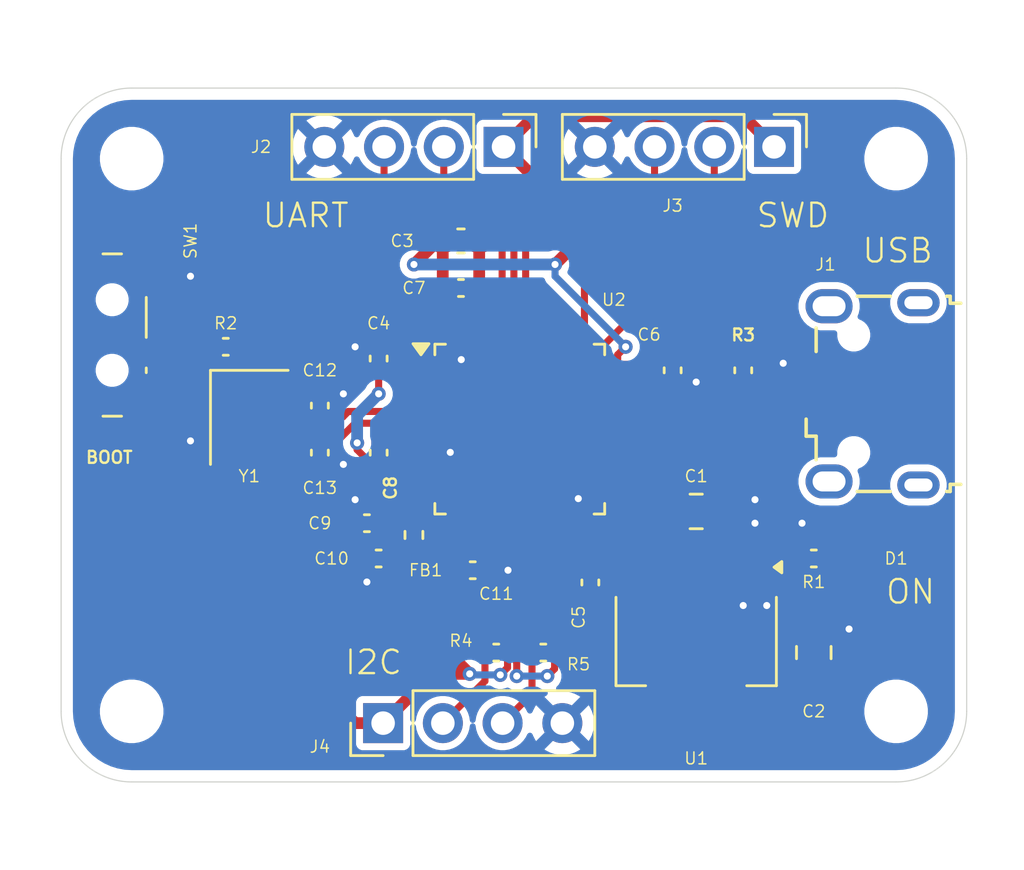
<source format=kicad_pcb>
(kicad_pcb (version 20241229) (generator "pcbnew") (generator_version "9.0")
  (layers (0 "F.Cu" signal) (2 "B.Cu" power) (13 "F.Paste" user) (15 "B.Paste" user) (5 "F.SilkS" user "F.Silkscreen") (7 "B.SilkS" user "B.Silkscreen") (1 "F.Mask" user) (3 "B.Mask" user) (25 "Edge.Cuts" user))
  (net 0 "")
  (net 1 "+3.3V")
  (net 2 "GND")
  (net 3 "/NRST")
  (net 4 "/HSE_OUT")
  (net 5 "/HSE_IN")
  (net 6 "VBUS")
  (net 7 "/PWR_LED_K")
  (net 8 "/USB_D+")
  (net 10 "/USB_D-")
  (net 11 "/SWCLK")
  (net 12 "/SWDIO")
  (net 13 "/USART1_RX")
  (net 14 "/USART1_TX")
  (net 15 "/I2C2_SCL")
  (net 16 "/I2C2_SDA")
  (net 17 "/BOOT0")
  (net 18 "/SW_BOOT0")
  (footprint "Capacitor_SMD:C_0402_1005Metric" (layer "F.Cu") (at 113 93 90)
    (property "Reference" "C8" (at -1.5 0.5 270) (layer "F.SilkS") (effects (font (size 0.508 0.508) (thickness 0.1016) (bold yes))))
    (property "Value" "10nF")
    (fp_line (start -0.107836 -0.36) (end 0.107836 -0.36) (stroke (width 0.12)) (layer "F.SilkS"))
    (fp_line (start -0.107836 0.36) (end 0.107836 0.36) (stroke (width 0.12)) (layer "F.SilkS"))
    (pad "1" smd roundrect (at -0.48 0 90) (size 0.56 0.62) (layers "F.Cu" "F.Mask" "F.Paste") (net 1 "+3.3V"))
    (pad "2" smd roundrect (at 0.48 0 90) (size 0.56 0.62) (layers "F.Cu" "F.Mask" "F.Paste") (net 2 "GND"))
  )
  (footprint "MountingHole:MountingHole_2.2mm_M2" (layer "F.Cu") (at 135 80.5)
    (property "Reference" "H2" (hide yes))
    (property "Value" "MountingHole")
    (pad "" np_thru_hole circle (at 0 0) (size 2.2 2.2) (drill 2.2) (layers "*.Cu" "*.Mask"))
  )
  (footprint "Capacitor_SMD:C_0402_1005Metric" (layer "F.Cu") (at 113 97.5 180)
    (property "Reference" "C10" (at 2 0 0) (layer "F.SilkS") (effects (font (size 0.508 0.508) (thickness 0.0635))))
    (property "Value" "1uF")
    (fp_line (start -0.107836 0.36) (end 0.107836 0.36) (stroke (width 0.12)) (layer "F.SilkS"))
    (fp_line (start -0.107836 -0.36) (end 0.107836 -0.36) (stroke (width 0.12)) (layer "F.SilkS"))
    (pad "1" smd roundrect (at -0.48 0 180) (size 0.56 0.62) (layers "F.Cu" "F.Mask" "F.Paste") (net 1 "+3.3V"))
    (pad "2" smd roundrect (at 0.48 0 180) (size 0.56 0.62) (layers "F.Cu" "F.Mask" "F.Paste") (net 2 "GND"))
  )
  (footprint "Capacitor_SMD:C_0402_1005Metric" (layer "F.Cu") (at 122 98.52 -90)
    (property "Reference" "C5" (at 1.48 0.5 90) (layer "F.SilkS") (effects (font (size 0.508 0.508) (thickness 0.0635))))
    (property "Value" "100nF")
    (fp_line (start -0.107836 0.36) (end 0.107836 0.36) (stroke (width 0.12)) (layer "F.SilkS"))
    (fp_line (start -0.107836 -0.36) (end 0.107836 -0.36) (stroke (width 0.12)) (layer "F.SilkS"))
    (pad "1" smd roundrect (at -0.48 0 270) (size 0.56 0.62) (layers "F.Cu" "F.Mask" "F.Paste") (net 1 "+3.3V"))
    (pad "2" smd roundrect (at 0.48 0 270) (size 0.56 0.62) (layers "F.Cu" "F.Mask" "F.Paste") (net 2 "GND"))
  )
  (footprint "Connector_PinHeader_2.54mm:PinHeader_1x04_P2.54mm_Vertical" (layer "F.Cu") (at 113.19 104.5 90)
    (property "Reference" "J4" (at -1 -2.69 180) (layer "F.SilkS") (effects (font (size 0.508 0.508) (thickness 0.0635))))
    (property "Value" "Conn_01x04_Pin")
    (fp_line (start -1.38 -1.38) (end 0 -1.38) (stroke (width 0.12)) (layer "F.SilkS"))
    (fp_line (start -1.38 0) (end -1.38 -1.38) (stroke (width 0.12)) (layer "F.SilkS"))
    (fp_line (start 1.38 1.27) (end 1.38 9) (stroke (width 0.12)) (layer "F.SilkS"))
    (fp_line (start -1.38 1.27) (end 1.38 1.27) (stroke (width 0.12)) (layer "F.SilkS"))
    (fp_line (start -1.38 1.27) (end -1.38 9) (stroke (width 0.12)) (layer "F.SilkS"))
    (fp_line (start -1.38 9) (end 1.38 9) (stroke (width 0.12)) (layer "F.SilkS"))
    (pad "1" thru_hole rect (at 0 0 90) (size 1.7 1.7) (drill 1) (layers "*.Cu" "*.Mask") (net 1 "+3.3V"))
    (pad "2" thru_hole circle (at 0 2.54 90) (size 1.7 1.7) (drill 1) (layers "*.Cu" "*.Mask") (net 15 "/I2C2_SCL"))
    (pad "3" thru_hole circle (at 0 5.08 90) (size 1.7 1.7) (drill 1) (layers "*.Cu" "*.Mask") (net 16 "/I2C2_SDA"))
    (pad "4" thru_hole circle (at 0 7.62 90) (size 1.7 1.7) (drill 1) (layers "*.Cu" "*.Mask") (net 2 "GND"))
  )
  (footprint "Capacitor_SMD:C_0402_1005Metric" (layer "F.Cu") (at 120 101.5 180)
    (property "Reference" "R5" (at -1.5 -0.5 0) (layer "F.SilkS") (effects (font (size 0.508 0.508) (thickness 0.0635))))
    (property "Value" "1k5")
    (fp_line (start -0.107836 0.36) (end 0.107836 0.36) (stroke (width 0.12)) (layer "F.SilkS"))
    (fp_line (start -0.107836 -0.36) (end 0.107836 -0.36) (stroke (width 0.12)) (layer "F.SilkS"))
    (pad "1" smd roundrect (at -0.48 0 180) (size 0.56 0.62) (layers "F.Cu" "F.Mask" "F.Paste") (net 1 "+3.3V"))
    (pad "2" smd roundrect (at 0.48 0 180) (size 0.56 0.62) (layers "F.Cu" "F.Mask" "F.Paste") (net 16 "/I2C2_SDA"))
  )
  (footprint "Connector_PinHeader_2.54mm:PinHeader_1x04_P2.54mm_Vertical" (layer "F.Cu") (at 118.31 80 -90)
    (property "Reference" "J2" (at 0 10.31 0) (layer "F.SilkS") (effects (font (size 0.508 0.508) (thickness 0.0635))))
    (property "Value" "Conn_01x04_Pin")
    (fp_line (start -1.38 9) (end 1.38 9) (stroke (width 0.12)) (layer "F.SilkS"))
    (fp_line (start -1.38 1.27) (end -1.38 9) (stroke (width 0.12)) (layer "F.SilkS"))
    (fp_line (start -1.38 1.27) (end 1.38 1.27) (stroke (width 0.12)) (layer "F.SilkS"))
    (fp_line (start 1.38 1.27) (end 1.38 9) (stroke (width 0.12)) (layer "F.SilkS"))
    (fp_line (start -1.38 0) (end -1.38 -1.38) (stroke (width 0.12)) (layer "F.SilkS"))
    (fp_line (start -1.38 -1.38) (end 0 -1.38) (stroke (width 0.12)) (layer "F.SilkS"))
    (pad "1" thru_hole rect (at 0 0 270) (size 1.7 1.7) (drill 1) (layers "*.Cu" "*.Mask") (net 1 "+3.3V"))
    (pad "2" thru_hole circle (at 0 2.54 270) (size 1.7 1.7) (drill 1) (layers "*.Cu" "*.Mask") (net 14 "/USART1_TX"))
    (pad "3" thru_hole circle (at 0 5.08 270) (size 1.7 1.7) (drill 1) (layers "*.Cu" "*.Mask") (net 13 "/USART1_RX"))
    (pad "4" thru_hole circle (at 0 7.62 270) (size 1.7 1.7) (drill 1) (layers "*.Cu" "*.Mask") (net 2 "GND"))
  )
  (footprint "MountingHole:MountingHole_2.2mm_M2" (layer "F.Cu") (at 102.5 104)
    (property "Reference" "H3" (hide yes))
    (property "Value" "MountingHole")
    (pad "" np_thru_hole circle (at 0 0) (size 2.2 2.2) (drill 2.2) (layers "*.Cu" "*.Mask"))
  )
  (footprint "Capacitor_SMD:C_0805_2012Metric" (layer "F.Cu") (at 131.5 101.5 90)
    (property "Reference" "C2" (at -2.5 0 180) (layer "F.SilkS") (effects (font (size 0.508 0.508) (thickness 0.0635))))
    (property "Value" "22u")
    (fp_line (start -0.261252 -0.735) (end 0.261252 -0.735) (stroke (width 0.12)) (layer "F.SilkS"))
    (fp_line (start -0.261252 0.735) (end 0.261252 0.735) (stroke (width 0.12)) (layer "F.SilkS"))
    (pad "1" smd roundrect (at -0.95 0 90) (size 1 1.45) (layers "F.Cu" "F.Mask" "F.Paste") (net 1 "+3.3V"))
    (pad "2" smd roundrect (at 0.95 0 90) (size 1 1.45) (layers "F.Cu" "F.Mask" "F.Paste") (net 2 "GND"))
  )
  (footprint "MountingHole:MountingHole_2.2mm_M2" (layer "F.Cu") (at 102.5 80.5)
    (property "Reference" "H1" (hide yes))
    (property "Value" "MountingHole")
    (pad "" np_thru_hole circle (at 0 0) (size 2.2 2.2) (drill 2.2) (layers "*.Cu" "*.Mask"))
  )
  (footprint "Capacitor_SMD:C_0402_1005Metric" (layer "F.Cu") (at 116.5 86)
    (property "Reference" "C7" (at -2 0 0) (layer "F.SilkS") (effects (font (size 0.508 0.508) (thickness 0.0635))))
    (property "Value" "100nF")
    (fp_line (start -0.107836 -0.36) (end 0.107836 -0.36) (stroke (width 0.12)) (layer "F.SilkS"))
    (fp_line (start -0.107836 0.36) (end 0.107836 0.36) (stroke (width 0.12)) (layer "F.SilkS"))
    (pad "1" smd roundrect (at -0.48 0) (size 0.56 0.62) (layers "F.Cu" "F.Mask" "F.Paste") (net 1 "+3.3V"))
    (pad "2" smd roundrect (at 0.48 0) (size 0.56 0.62) (layers "F.Cu" "F.Mask" "F.Paste") (net 2 "GND"))
  )
  (footprint "Resistor_SMD:R_0402_1005Metric" (layer "F.Cu") (at 114.5 96.5 -90)
    (property "Reference" "FB1" (at 1.5 -0.5 180) (layer "F.SilkS") (effects (font (size 0.508 0.508) (thickness 0.0635))))
    (property "Value" "120R")
    (fp_line (start -0.153641 0.38) (end 0.153641 0.38) (stroke (width 0.12)) (layer "F.SilkS"))
    (fp_line (start -0.153641 -0.38) (end 0.153641 -0.38) (stroke (width 0.12)) (layer "F.SilkS"))
    (pad "1" smd roundrect (at -0.51 0 270) (size 0.54 0.64) (layers "F.Cu" "F.Mask" "F.Paste") (net 1 "+3.3V"))
    (pad "2" smd roundrect (at 0.51 0 270) (size 0.54 0.64) (layers "F.Cu" "F.Mask" "F.Paste") (net 1 "+3.3V"))
  )
  (footprint "Capacitor_SMD:C_0805_2012Metric" (layer "F.Cu") (at 126.5 95.5)
    (property "Reference" "C1" (at 0 -1.5 180) (layer "F.SilkS") (effects (font (size 0.508 0.508) (thickness 0.0635))))
    (property "Value" "22u")
    (fp_line (start -0.261252 -0.735) (end 0.261252 -0.735) (stroke (width 0.12)) (layer "F.SilkS"))
    (fp_line (start -0.261252 0.735) (end 0.261252 0.735) (stroke (width 0.12)) (layer "F.SilkS"))
    (pad "1" smd roundrect (at -0.95 0) (size 1 1.45) (layers "F.Cu" "F.Mask" "F.Paste") (net 6 "VBUS"))
    (pad "2" smd roundrect (at 0.95 0) (size 1 1.45) (layers "F.Cu" "F.Mask" "F.Paste") (net 2 "GND"))
  )
  (footprint "Capacitor_SMD:C_0402_1005Metric" (layer "F.Cu") (at 118 101.5 180)
    (property "Reference" "R4" (at 1.5 0.5 0) (layer "F.SilkS") (effects (font (size 0.508 0.508) (thickness 0.0635))))
    (property "Value" "1k5")
    (fp_line (start -0.107836 0.36) (end 0.107836 0.36) (stroke (width 0.12)) (layer "F.SilkS"))
    (fp_line (start -0.107836 -0.36) (end 0.107836 -0.36) (stroke (width 0.12)) (layer "F.SilkS"))
    (pad "1" smd roundrect (at -0.48 0 180) (size 0.56 0.62) (layers "F.Cu" "F.Mask" "F.Paste") (net 1 "+3.3V"))
    (pad "2" smd roundrect (at 0.48 0 180) (size 0.56 0.62) (layers "F.Cu" "F.Mask" "F.Paste") (net 15 "/I2C2_SCL"))
  )
  (footprint "Capacitor_SMD:C_0402_1005Metric" (layer "F.Cu") (at 110.5 93 -90)
    (property "Reference" "C13" (at 1.5 0 0) (layer "F.SilkS") (effects (font (size 0.508 0.508) (thickness 0.0635))))
    (property "Value" "10p")
    (fp_line (start -0.107836 0.36) (end 0.107836 0.36) (stroke (width 0.12)) (layer "F.SilkS"))
    (fp_line (start -0.107836 -0.36) (end 0.107836 -0.36) (stroke (width 0.12)) (layer "F.SilkS"))
    (pad "1" smd roundrect (at -0.48 0 270) (size 0.56 0.62) (layers "F.Cu" "F.Mask" "F.Paste") (net 4 "/HSE_OUT"))
    (pad "2" smd roundrect (at 0.48 0 270) (size 0.56 0.62) (layers "F.Cu" "F.Mask" "F.Paste") (net 2 "GND"))
  )
  (footprint "Capacitor_SMD:C_0603_1608Metric" (layer "F.Cu") (at 116.5 84)
    (property "Reference" "C3" (at -2.5 0 0) (layer "F.SilkS") (effects (font (size 0.508 0.508) (thickness 0.0635))))
    (property "Value" "10uF")
    (fp_line (start -0.14058 -0.51) (end 0.14058 -0.51) (stroke (width 0.12)) (layer "F.SilkS"))
    (fp_line (start -0.14058 0.51) (end 0.14058 0.51) (stroke (width 0.12)) (layer "F.SilkS"))
    (pad "1" smd roundrect (at -0.775 0) (size 0.9 0.95) (layers "F.Cu" "F.Mask" "F.Paste") (net 1 "+3.3V"))
    (pad "2" smd roundrect (at 0.775 0) (size 0.9 0.95) (layers "F.Cu" "F.Mask" "F.Paste") (net 2 "GND"))
  )
  (footprint "Capacitor_SMD:C_0402_1005Metric" (layer "F.Cu") (at 106.5 88.5)
    (property "Reference" "R2" (at 0 -1 0) (layer "F.SilkS") (effects (font (size 0.508 0.508) (thickness 0.0635))))
    (property "Value" "10k")
    (fp_line (start -0.107836 -0.36) (end 0.107836 -0.36) (stroke (width 0.12)) (layer "F.SilkS"))
    (fp_line (start -0.107836 0.36) (end 0.107836 0.36) (stroke (width 0.12)) (layer "F.SilkS"))
    (pad "1" smd roundrect (at -0.48 0) (size 0.56 0.62) (layers "F.Cu" "F.Mask" "F.Paste") (net 18 "/SW_BOOT0"))
    (pad "2" smd roundrect (at 0.48 0) (size 0.56 0.62) (layers "F.Cu" "F.Mask" "F.Paste") (net 17 "/BOOT0"))
  )
  (footprint "Button_Switch_SMD:SW_SPDT_PCM12" (layer "F.Cu") (at 102 88 -90)
    (property "Reference" "SW1" (at -4 -3 90) (layer "F.SilkS") (effects (font (size 0.508 0.508) (thickness 0.0635))))
    (property "Value" "SW_SPDT")
    (fp_line (start 3.45 0.72) (end 3.45 -0.07) (stroke (width 0.12)) (layer "F.SilkS"))
    (fp_line (start -3.45 -0.07) (end -3.45 0.72) (stroke (width 0.12)) (layer "F.SilkS"))
    (fp_line (start -1.6 -1.12) (end 0.1 -1.12) (stroke (width 0.12)) (layer "F.SilkS"))
    (fp_line (start 1.4 -1.12) (end 1.6 -1.12) (stroke (width 0.12)) (layer "F.SilkS"))
    (pad "" smd rect (at -3.65 -0.78 270) (size 1 0.8) (layers "F.Cu" "F.Mask" "F.Paste"))
    (pad "" smd rect (at -3.65 1.43 270) (size 1 0.8) (layers "F.Cu" "F.Mask" "F.Paste"))
    (pad "" np_thru_hole circle (at -1.5 0.33 270) (size 0.9 0.9) (drill 0.9) (layers "*.Cu" "*.Mask"))
    (pad "" np_thru_hole circle (at 1.5 0.33 270) (size 0.9 0.9) (drill 0.9) (layers "*.Cu" "*.Mask"))
    (pad "" smd rect (at 3.65 -0.78 270) (size 1 0.8) (layers "F.Cu" "F.Mask" "F.Paste"))
    (pad "" smd rect (at 3.65 1.43 270) (size 1 0.8) (layers "F.Cu" "F.Mask" "F.Paste"))
    (pad "1" smd rect (at -2.25 -1.43 270) (size 0.7 1.5) (layers "F.Cu" "F.Mask" "F.Paste") (net 2 "GND"))
    (pad "2" smd rect (at 0.75 -1.43 270) (size 0.7 1.5) (layers "F.Cu" "F.Mask" "F.Paste") (net 18 "/SW_BOOT0"))
    (pad "3" smd rect (at 2.25 -1.43 270) (size 0.7 1.5) (layers "F.Cu" "F.Mask" "F.Paste") (net 1 "+3.3V"))
  )
  (footprint "MountingHole:MountingHole_2.2mm_M2" (layer "F.Cu") (at 135 104)
    (property "Reference" "H4" (hide yes))
    (property "Value" "MountingHole")
    (pad "" np_thru_hole circle (at 0 0) (size 2.2 2.2) (drill 2.2) (layers "*.Cu" "*.Mask"))
  )
  (footprint "Package_QFP:LQFP-48_7x7mm_P0.5mm" (layer "F.Cu") (at 119 92)
    (property "Reference" "U2" (at 4 -5.5 0) (layer "F.SilkS") (effects (font (size 0.508 0.508) (thickness 0.0635))))
    (property "Value" "STM32F103C8Tx")
    (fp_line (start -3.61 -3.61) (end -3.61 -3.16) (stroke (width 0.12)) (layer "F.SilkS"))
    (fp_line (start -3.61 3.61) (end -3.61 3.16) (stroke (width 0.12)) (layer "F.SilkS"))
    (fp_line (start -3.16 -3.61) (end -3.61 -3.61) (stroke (width 0.12)) (layer "F.SilkS"))
    (fp_line (start -3.16 3.61) (end -3.61 3.61) (stroke (width 0.12)) (layer "F.SilkS"))
    (fp_line (start 3.16 -3.61) (end 3.61 -3.61) (stroke (width 0.12)) (layer "F.SilkS"))
    (fp_line (start 3.16 3.61) (end 3.61 3.61) (stroke (width 0.12)) (layer "F.SilkS"))
    (fp_line (start 3.61 -3.61) (end 3.61 -3.16) (stroke (width 0.12)) (layer "F.SilkS"))
    (fp_line (start 3.61 3.61) (end 3.61 3.16) (stroke (width 0.12)) (layer "F.SilkS"))
    (fp_poly (pts (xy -4.2 -3.16) (xy -4.54 -3.63) (xy -3.86 -3.63)) (stroke (width 0.12)) (fill yes) (layer "F.SilkS"))
    (pad "1" smd roundrect (at -4.1625 -2.75) (size 1.475 0.3) (layers "F.Cu" "F.Mask" "F.Paste") (net 1 "+3.3V"))
    (pad "2" smd roundrect (at -4.1625 -2.25) (size 1.475 0.3) (layers "F.Cu" "F.Mask" "F.Paste"))
    (pad "3" smd roundrect (at -4.1625 -1.75) (size 1.475 0.3) (layers "F.Cu" "F.Mask" "F.Paste"))
    (pad "4" smd roundrect (at -4.1625 -1.25) (size 1.475 0.3) (layers "F.Cu" "F.Mask" "F.Paste"))
    (pad "5" smd roundrect (at -4.1625 -0.75) (size 1.475 0.3) (layers "F.Cu" "F.Mask" "F.Paste") (net 5 "/HSE_IN"))
    (pad "6" smd roundrect (at -4.1625 -0.25) (size 1.475 0.3) (layers "F.Cu" "F.Mask" "F.Paste") (net 4 "/HSE_OUT"))
    (pad "7" smd roundrect (at -4.1625 0.25) (size 1.475 0.3) (layers "F.Cu" "F.Mask" "F.Paste") (net 3 "/NRST"))
    (pad "8" smd roundrect (at -4.1625 0.75) (size 1.475 0.3) (layers "F.Cu" "F.Mask" "F.Paste") (net 2 "GND"))
    (pad "9" smd roundrect (at -4.1625 1.25) (size 1.475 0.3) (layers "F.Cu" "F.Mask" "F.Paste") (net 1 "+3.3V"))
    (pad "10" smd roundrect (at -4.1625 1.75) (size 1.475 0.3) (layers "F.Cu" "F.Mask" "F.Paste"))
    (pad "11" smd roundrect (at -4.1625 2.25) (size 1.475 0.3) (layers "F.Cu" "F.Mask" "F.Paste"))
    (pad "12" smd roundrect (at -4.1625 2.75) (size 1.475 0.3) (layers "F.Cu" "F.Mask" "F.Paste"))
    (pad "13" smd roundrect (at -2.75 4.1625) (size 0.3 1.475) (layers "F.Cu" "F.Mask" "F.Paste"))
    (pad "14" smd roundrect (at -2.25 4.1625) (size 0.3 1.475) (layers "F.Cu" "F.Mask" "F.Paste"))
    (pad "15" smd roundrect (at -1.75 4.1625) (size 0.3 1.475) (layers "F.Cu" "F.Mask" "F.Paste"))
    (pad "16" smd roundrect (at -1.25 4.1625) (size 0.3 1.475) (layers "F.Cu" "F.Mask" "F.Paste"))
    (pad "17" smd roundrect (at -0.75 4.1625) (size 0.3 1.475) (layers "F.Cu" "F.Mask" "F.Paste"))
    (pad "18" smd roundrect (at -0.25 4.1625) (size 0.3 1.475) (layers "F.Cu" "F.Mask" "F.Paste"))
    (pad "19" smd roundrect (at 0.25 4.1625) (size 0.3 1.475) (layers "F.Cu" "F.Mask" "F.Paste"))
    (pad "20" smd roundrect (at 0.75 4.1625) (size 0.3 1.475) (layers "F.Cu" "F.Mask" "F.Paste"))
    (pad "21" smd roundrect (at 1.25 4.1625) (size 0.3 1.475) (layers "F.Cu" "F.Mask" "F.Paste") (net 15 "/I2C2_SCL"))
    (pad "22" smd roundrect (at 1.75 4.1625) (size 0.3 1.475) (layers "F.Cu" "F.Mask" "F.Paste") (net 16 "/I2C2_SDA"))
    (pad "23" smd roundrect (at 2.25 4.1625) (size 0.3 1.475) (layers "F.Cu" "F.Mask" "F.Paste") (net 2 "GND"))
    (pad "24" smd roundrect (at 2.75 4.1625) (size 0.3 1.475) (layers "F.Cu" "F.Mask" "F.Paste") (net 1 "+3.3V"))
    (pad "25" smd roundrect (at 4.1625 2.75) (size 1.475 0.3) (layers "F.Cu" "F.Mask" "F.Paste"))
    (pad "26" smd roundrect (at 4.1625 2.25) (size 1.475 0.3) (layers "F.Cu" "F.Mask" "F.Paste"))
    (pad "27" smd roundrect (at 4.1625 1.75) (size 1.475 0.3) (layers "F.Cu" "F.Mask" "F.Paste"))
    (pad "28" smd roundrect (at 4.1625 1.25) (size 1.475 0.3) (layers "F.Cu" "F.Mask" "F.Paste"))
    (pad "29" smd roundrect (at 4.1625 0.75) (size 1.475 0.3) (layers "F.Cu" "F.Mask" "F.Paste"))
    (pad "30" smd roundrect (at 4.1625 0.25) (size 1.475 0.3) (layers "F.Cu" "F.Mask" "F.Paste"))
    (pad "31" smd roundrect (at 4.1625 -0.25) (size 1.475 0.3) (layers "F.Cu" "F.Mask" "F.Paste"))
    (pad "32" smd roundrect (at 4.1625 -0.75) (size 1.475 0.3) (layers "F.Cu" "F.Mask" "F.Paste") (net 10 "/USB_D-"))
    (pad "33" smd roundrect (at 4.1625 -1.25) (size 1.475 0.3) (layers "F.Cu" "F.Mask" "F.Paste") (net 8 "/USB_D+"))
    (pad "34" smd roundrect (at 4.1625 -1.75) (size 1.475 0.3) (layers "F.Cu" "F.Mask" "F.Paste") (net 12 "/SWDIO"))
    (pad "35" smd roundrect (at 4.1625 -2.25) (size 1.475 0.3) (layers "F.Cu" "F.Mask" "F.Paste") (net 2 "GND"))
    (pad "36" smd roundrect (at 4.1625 -2.75) (size 1.475 0.3) (layers "F.Cu" "F.Mask" "F.Paste") (net 1 "+3.3V"))
    (pad "37" smd roundrect (at 2.75 -4.1625) (size 0.3 1.475) (layers "F.Cu" "F.Mask" "F.Paste") (net 11 "/SWCLK"))
    (pad "38" smd roundrect (at 2.25 -4.1625) (size 0.3 1.475) (layers "F.Cu" "F.Mask" "F.Paste"))
    (pad "39" smd roundrect (at 1.75 -4.1625) (size 0.3 1.475) (layers "F.Cu" "F.Mask" "F.Paste"))
    (pad "40" smd roundrect (at 1.25 -4.1625) (size 0.3 1.475) (layers "F.Cu" "F.Mask" "F.Paste"))
    (pad "41" smd roundrect (at 0.75 -4.1625) (size 0.3 1.475) (layers "F.Cu" "F.Mask" "F.Paste"))
    (pad "42" smd roundrect (at 0.25 -4.1625) (size 0.3 1.475) (layers "F.Cu" "F.Mask" "F.Paste") (net 14 "/USART1_TX"))
    (pad "43" smd roundrect (at -0.25 -4.1625) (size 0.3 1.475) (layers "F.Cu" "F.Mask" "F.Paste") (net 13 "/USART1_RX"))
    (pad "44" smd roundrect (at -0.75 -4.1625) (size 0.3 1.475) (layers "F.Cu" "F.Mask" "F.Paste") (net 17 "/BOOT0"))
    (pad "45" smd roundrect (at -1.25 -4.1625) (size 0.3 1.475) (layers "F.Cu" "F.Mask" "F.Paste"))
    (pad "46" smd roundrect (at -1.75 -4.1625) (size 0.3 1.475) (layers "F.Cu" "F.Mask" "F.Paste"))
    (pad "47" smd roundrect (at -2.25 -4.1625) (size 0.3 1.475) (layers "F.Cu" "F.Mask" "F.Paste") (net 2 "GND"))
    (pad "48" smd roundrect (at -2.75 -4.1625) (size 0.3 1.475) (layers "F.Cu" "F.Mask" "F.Paste") (net 1 "+3.3V"))
  )
  (footprint "Capacitor_SMD:C_0402_1005Metric" (layer "F.Cu") (at 112.5 96 180)
    (property "Reference" "C9" (at 2 0 0) (layer "F.SilkS") (effects (font (size 0.508 0.508) (thickness 0.0635))))
    (property "Value" "1uF")
    (fp_line (start -0.107836 0.36) (end 0.107836 0.36) (stroke (width 0.12)) (layer "F.SilkS"))
    (fp_line (start -0.107836 -0.36) (end 0.107836 -0.36) (stroke (width 0.12)) (layer "F.SilkS"))
    (pad "1" smd roundrect (at -0.48 0 180) (size 0.56 0.62) (layers "F.Cu" "F.Mask" "F.Paste") (net 1 "+3.3V"))
    (pad "2" smd roundrect (at 0.48 0 180) (size 0.56 0.62) (layers "F.Cu" "F.Mask" "F.Paste") (net 2 "GND"))
  )
  (footprint "Capacitor_SMD:C_0402_1005Metric" (layer "F.Cu") (at 110.5 91 90)
    (property "Reference" "C12" (at 1.5 0 180) (layer "F.SilkS") (effects (font (size 0.508 0.508) (thickness 0.0635))))
    (property "Value" "10p")
    (fp_line (start -0.107836 -0.36) (end 0.107836 -0.36) (stroke (width 0.12)) (layer "F.SilkS"))
    (fp_line (start -0.107836 0.36) (end 0.107836 0.36) (stroke (width 0.12)) (layer "F.SilkS"))
    (pad "1" smd roundrect (at -0.48 0 90) (size 0.56 0.62) (layers "F.Cu" "F.Mask" "F.Paste") (net 5 "/HSE_IN"))
    (pad "2" smd roundrect (at 0.48 0 90) (size 0.56 0.62) (layers "F.Cu" "F.Mask" "F.Paste") (net 2 "GND"))
  )
  (footprint "LED_SMD:LED_0603_1608Metric" (layer "F.Cu") (at 133.5 97.5 -90)
    (property "Reference" "D1" (at 0 -1.5 0) (layer "F.SilkS") (effects (font (size 0.508 0.508) (thickness 0.0635))))
    (property "Value" "RED")
    (pad "1" smd roundrect (at -0.7875 0 270) (size 0.875 0.95) (layers "F.Cu" "F.Mask" "F.Paste") (net 7 "/PWR_LED_K"))
    (pad "2" smd roundrect (at 0.7875 0 270) (size 0.875 0.95) (layers "F.Cu" "F.Mask" "F.Paste") (net 1 "+3.3V"))
  )
  (footprint "Connector_PinHeader_2.54mm:PinHeader_1x04_P2.54mm_Vertical" (layer "F.Cu") (at 129.81 80 -90)
    (property "Reference" "J3" (at 2.5 4.31 0) (layer "F.SilkS") (effects (font (size 0.508 0.508) (thickness 0.0635))))
    (property "Value" "Conn_01x04_Pin")
    (fp_line (start -1.38 9) (end 1.38 9) (stroke (width 0.12)) (layer "F.SilkS"))
    (fp_line (start -1.38 1.27) (end -1.38 9) (stroke (width 0.12)) (layer "F.SilkS"))
    (fp_line (start -1.38 1.27) (end 1.38 1.27) (stroke (width 0.12)) (layer "F.SilkS"))
    (fp_line (start 1.38 1.27) (end 1.38 9) (stroke (width 0.12)) (layer "F.SilkS"))
    (fp_line (start -1.38 0) (end -1.38 -1.38) (stroke (width 0.12)) (layer "F.SilkS"))
    (fp_line (start -1.38 -1.38) (end 0 -1.38) (stroke (width 0.12)) (layer "F.SilkS"))
    (pad "1" thru_hole rect (at 0 0 270) (size 1.7 1.7) (drill 1) (layers "*.Cu" "*.Mask") (net 1 "+3.3V"))
    (pad "2" thru_hole circle (at 0 2.54 270) (size 1.7 1.7) (drill 1) (layers "*.Cu" "*.Mask") (net 12 "/SWDIO"))
    (pad "3" thru_hole circle (at 0 5.08 270) (size 1.7 1.7) (drill 1) (layers "*.Cu" "*.Mask") (net 11 "/SWCLK"))
    (pad "4" thru_hole circle (at 0 7.62 270) (size 1.7 1.7) (drill 1) (layers "*.Cu" "*.Mask") (net 2 "GND"))
  )
  (footprint "Crystal:Crystal_SMD_3225-4Pin_3.2x2.5mm" (layer "F.Cu") (at 107.5 91.5 -90)
    (property "Reference" "Y1" (at 2.5 0 180) (layer "F.SilkS") (effects (font (size 0.508 0.508) (thickness 0.0635))))
    (property "Value" "16MHz")
    (fp_line (start -2 1.65) (end 2 1.65) (stroke (width 0.12)) (layer "F.SilkS"))
    (fp_line (start -2 -1.65) (end -2 1.65) (stroke (width 0.12)) (layer "F.SilkS"))
    (pad "1" smd rect (at -1.1 0.85 270) (size 1.4 1.2) (layers "F.Cu" "F.Mask" "F.Paste") (net 5 "/HSE_IN"))
    (pad "2" smd rect (at 1.1 0.85 270) (size 1.4 1.2) (layers "F.Cu" "F.Mask" "F.Paste") (net 2 "GND"))
    (pad "3" smd rect (at 1.1 -0.85 270) (size 1.4 1.2) (layers "F.Cu" "F.Mask" "F.Paste") (net 4 "/HSE_OUT"))
    (pad "4" smd rect (at -1.1 -0.85 270) (size 1.4 1.2) (layers "F.Cu" "F.Mask" "F.Paste") (net 2 "GND"))
  )
  (footprint "Capacitor_SMD:C_0402_1005Metric" (layer "F.Cu") (at 125.5 89.5 -90)
    (property "Reference" "C6" (at -1.52 1 180) (layer "F.SilkS") (effects (font (size 0.508 0.508) (thickness 0.0635))))
    (property "Value" "100nF")
    (fp_line (start -0.107836 0.36) (end 0.107836 0.36) (stroke (width 0.12)) (layer "F.SilkS"))
    (fp_line (start -0.107836 -0.36) (end 0.107836 -0.36) (stroke (width 0.12)) (layer "F.SilkS"))
    (pad "1" smd roundrect (at -0.48 0 270) (size 0.56 0.62) (layers "F.Cu" "F.Mask" "F.Paste") (net 1 "+3.3V"))
    (pad "2" smd roundrect (at 0.48 0 270) (size 0.56 0.62) (layers "F.Cu" "F.Mask" "F.Paste") (net 2 "GND"))
  )
  (footprint "Capacitor_SMD:C_0402_1005Metric" (layer "F.Cu") (at 113 89 90)
    (property "Reference" "C4" (at 1.5 0 180) (layer "F.SilkS") (effects (font (size 0.508 0.508) (thickness 0.0635))))
    (property "Value" "100nF")
    (fp_line (start -0.107836 -0.36) (end 0.107836 -0.36) (stroke (width 0.12)) (layer "F.SilkS"))
    (fp_line (start -0.107836 0.36) (end 0.107836 0.36) (stroke (width 0.12)) (layer "F.SilkS"))
    (pad "1" smd roundrect (at -0.48 0 90) (size 0.56 0.62) (layers "F.Cu" "F.Mask" "F.Paste") (net 1 "+3.3V"))
    (pad "2" smd roundrect (at 0.48 0 90) (size 0.56 0.62) (layers "F.Cu" "F.Mask" "F.Paste") (net 2 "GND"))
  )
  (footprint "Connector_USB:USB_Micro-B_Wuerth_629105150521" (layer "F.Cu") (at 134 90.5 90)
    (property "Reference" "J1" (at 5.5 -2 180) (layer "F.SilkS") (effects (font (size 0.508 0.508) (thickness 0.0635))))
    (property "Value" "USB_B_Micro")
    (fp_line (start -1.075 -2.825) (end -1.8 -2.825) (stroke (width 0.15)) (layer "F.SilkS"))
    (fp_line (start -1.8 -2.825) (end -1.8 -2.4) (stroke (width 0.15)) (layer "F.SilkS"))
    (fp_line (start 1.8 -2.4) (end 2.8 -2.4) (stroke (width 0.15)) (layer "F.SilkS"))
    (fp_line (start -1.8 -2.4) (end -2.8 -2.4) (stroke (width 0.15)) (layer "F.SilkS"))
    (fp_line (start -4.15 -0.65) (end -4.15 0.75) (stroke (width 0.15)) (layer "F.SilkS"))
    (fp_line (start 4.15 0.75) (end 4.15 -0.65) (stroke (width 0.15)) (layer "F.SilkS"))
    (fp_line (start -4.15 3.15) (end -4.15 3.3) (stroke (width 0.15)) (layer "F.SilkS"))
    (fp_line (start 4.15 3.3) (end 4.15 3.15) (stroke (width 0.15)) (layer "F.SilkS"))
    (fp_line (start 3.85 3.3) (end 4.15 3.3) (stroke (width 0.15)) (layer "F.SilkS"))
    (fp_line (start -3.85 3.3) (end -3.85 3.75) (stroke (width 0.15)) (layer "F.SilkS"))
    (fp_line (start -4.15 3.3) (end -3.85 3.3) (stroke (width 0.15)) (layer "F.SilkS"))
    (fp_line (start 3.85 3.75) (end 3.85 3.3) (stroke (width 0.15)) (layer "F.SilkS"))
    (pad "" np_thru_hole oval (at -2.5 -0.8 90) (size 0.8 0.8) (drill 0.8) (layers "*.Cu" "*.Mask"))
    (pad "" np_thru_hole oval (at 2.5 -0.8 90) (size 0.8 0.8) (drill 0.8) (layers "*.Cu" "*.Mask"))
    (pad "1" smd rect (at -1.3 -1.9 90) (size 0.45 1.3) (layers "F.Cu" "F.Mask" "F.Paste") (net 6 "VBUS"))
    (pad "2" smd rect (at -0.65 -1.9 90) (size 0.45 1.3) (layers "F.Cu" "F.Mask" "F.Paste") (net 10 "/USB_D-"))
    (pad "3" smd rect (at 0 -1.9 90) (size 0.45 1.3) (layers "F.Cu" "F.Mask" "F.Paste") (net 8 "/USB_D+"))
    (pad "4" smd rect (at 0.65 -1.9 90) (size 0.45 1.3) (layers "F.Cu" "F.Mask" "F.Paste"))
    (pad "5" smd rect (at 1.3 -1.9 90) (size 0.45 1.3) (layers "F.Cu" "F.Mask" "F.Paste") (net 2 "GND"))
    (pad "6" thru_hole oval (at -3.875 1.95 90) (size 1.15 1.8) (drill oval 0.55 1.2) (property pad_prop_heatsink) (layers "*.Cu" "*.Mask"))
    (pad "6" thru_hole oval (at -3.725 -1.85 90) (size 1.45 2) (drill oval 0.85 1.4) (property pad_prop_heatsink) (layers "*.Cu" "*.Mask"))
    (pad "6" thru_hole oval (at 3.725 -1.85 90) (size 1.45 2) (drill oval 0.85 1.4) (property pad_prop_heatsink) (layers "*.Cu" "*.Mask"))
    (pad "6" thru_hole oval (at 3.875 1.95 90) (size 1.15 1.8) (drill oval 0.55 1.2) (property pad_prop_heatsink) (layers "*.Cu" "*.Mask"))
  )
  (footprint "Capacitor_SMD:C_0402_1005Metric" (layer "F.Cu") (at 128.5 89.5 -90)
    (property "Reference" "R3" (at -1.5 0 0) (layer "F.SilkS") (effects (font (size 0.508 0.508) (thickness 0.1016) (bold yes))))
    (property "Value" "1k5")
    (fp_line (start -0.107836 0.36) (end 0.107836 0.36) (stroke (width 0.12)) (layer "F.SilkS"))
    (fp_line (start -0.107836 -0.36) (end 0.107836 -0.36) (stroke (width 0.12)) (layer "F.SilkS"))
    (pad "1" smd roundrect (at -0.48 0 270) (size 0.56 0.62) (layers "F.Cu" "F.Mask" "F.Paste") (net 1 "+3.3V"))
    (pad "2" smd roundrect (at 0.48 0 270) (size 0.56 0.62) (layers "F.Cu" "F.Mask" "F.Paste") (net 8 "/USB_D+"))
  )
  (footprint "Capacitor_SMD:C_0402_1005Metric" (layer "F.Cu") (at 117 98)
    (property "Reference" "C11" (at 1 1 0) (layer "F.SilkS") (effects (font (size 0.508 0.508) (thickness 0.0635))))
    (property "Value" "100nF")
    (fp_line (start -0.107836 -0.36) (end 0.107836 -0.36) (stroke (width 0.12)) (layer "F.SilkS"))
    (fp_line (start -0.107836 0.36) (end 0.107836 0.36) (stroke (width 0.12)) (layer "F.SilkS"))
    (pad "1" smd roundrect (at -0.48 0) (size 0.56 0.62) (layers "F.Cu" "F.Mask" "F.Paste") (net 3 "/NRST"))
    (pad "2" smd roundrect (at 0.48 0) (size 0.56 0.62) (layers "F.Cu" "F.Mask" "F.Paste") (net 2 "GND"))
  )
  (footprint "Package_TO_SOT_SMD:SOT-223-3_TabPin2" (layer "F.Cu") (at 126.5 101 -90)
    (property "Reference" "U1" (at 5 0 180) (layer "F.SilkS") (effects (font (size 0.508 0.508) (thickness 0.0635))))
    (property "Value" "AMS1117-3.3")
    (fp_line (start -1.85 3.41) (end 1.91 3.41) (stroke (width 0.12)) (layer "F.SilkS"))
    (fp_line (start 1.91 3.41) (end 1.91 2.15) (stroke (width 0.12)) (layer "F.SilkS"))
    (fp_line (start -1.85 -3.41) (end 1.91 -3.41) (stroke (width 0.12)) (layer "F.SilkS"))
    (fp_line (start 1.91 -3.41) (end 1.91 -2.15) (stroke (width 0.12)) (layer "F.SilkS"))
    (fp_poly (pts (xy -3.13 -3.31) (xy -3.37 -3.64) (xy -2.89 -3.64) (xy -3.13 -3.31)) (stroke (width 0.12)) (fill yes) (layer "F.SilkS"))
    (pad "1" smd roundrect (at -3.15 -2.3 270) (size 2 1.5) (layers "F.Cu" "F.Mask" "F.Paste") (net 2 "GND"))
    (pad "2" smd roundrect (at -3.15 0 270) (size 2 1.5) (layers "F.Cu" "F.Mask" "F.Paste") (net 1 "+3.3V"))
    (pad "2" smd roundrect (at 3.15 0 270) (size 2 3.8) (layers "F.Cu" "F.Mask" "F.Paste") (net 1 "+3.3V"))
    (pad "3" smd roundrect (at -3.15 2.3 270) (size 2 1.5) (layers "F.Cu" "F.Mask" "F.Paste") (net 6 "VBUS"))
  )
  (footprint "Capacitor_SMD:C_0402_1005Metric" (layer "F.Cu") (at 131.5 97.5 180)
    (property "Reference" "R1" (at 0 -1 180) (layer "F.SilkS") (effects (font (size 0.508 0.508) (thickness 0.0635))))
    (property "Value" "1k5")
    (fp_line (start -0.107836 0.36) (end 0.107836 0.36) (stroke (width 0.12)) (layer "F.SilkS"))
    (fp_line (start -0.107836 -0.36) (end 0.107836 -0.36) (stroke (width 0.12)) (layer "F.SilkS"))
    (pad "1" smd roundrect (at -0.48 0 180) (size 0.56 0.62) (layers "F.Cu" "F.Mask" "F.Paste") (net 7 "/PWR_LED_K"))
    (pad "2" smd roundrect (at 0.48 0 180) (size 0.56 0.62) (layers "F.Cu" "F.Mask" "F.Paste") (net 2 "GND"))
  )
  (gr_line (start 138 80.5) (end 138 104) (stroke (width 0.05)) (layer "Edge.Cuts"))
  (gr_line (start 135 77.5) (end 102.5 77.5) (stroke (width 0.05)) (layer "Edge.Cuts"))
  (gr_arc (start 138 104) (mid 137.12132 106.12132) (end 135 107) (stroke (width 0.05)) (layer "Edge.Cuts"))
  (gr_arc (start 135 77.5) (mid 137.12132 78.37868) (end 138 80.5) (stroke (width 0.05)) (layer "Edge.Cuts"))
  (gr_line (start 102.5 107) (end 135 107) (stroke (width 0.05)) (layer "Edge.Cuts"))
  (gr_line (start 99.5 80.5) (end 99.5 104) (stroke (width 0.05)) (layer "Edge.Cuts"))
  (gr_arc (start 99.5 80.5) (mid 100.37868 78.37868) (end 102.5 77.5) (stroke (width 0.05)) (layer "Edge.Cuts"))
  (gr_arc (start 102.5 107) (mid 100.37868 106.12132) (end 99.5 104) (stroke (width 0.05)) (layer "Edge.Cuts"))
  (gr_text "ON" (at 134.5 99.5 0) (layer "F.SilkS") (effects (font (size 1 1) (thickness 0.1)) (justify left bottom)))
  (gr_text "BOOT\n" (at 100.5 93.5 0) (layer "F.SilkS") (effects (font (size 0.508 0.508) (thickness 0.1016) (bold yes)) (justify left bottom)))
  (gr_text "I2C" (at 111.5 102.5 0) (layer "F.SilkS") (effects (font (size 1 1) (thickness 0.1)) (justify left bottom)))
  (gr_text "UART" (at 108 83.5 0) (layer "F.SilkS") (effects (font (size 1 1) (thickness 0.1)) (justify left bottom)))
  (gr_text "USB" (at 133.5 85 0) (layer "F.SilkS") (effects (font (size 1 1) (thickness 0.1)) (justify left bottom)))
  (gr_text "SWD" (at 129 83.5 0) (layer "F.SilkS") (effects (font (size 1 1) (thickness 0.1)) (justify left bottom)))
  (segment (start 115.725 84) (end 115.5 84) (width 0.5) (layer "F.Cu") (net 1))
  (segment (start 118.31 80) (end 121 82.69) (width 0.5) (layer "F.Cu") (net 1))
  (segment (start 118.31 80) (end 119.611 78.699) (width 0.5) (layer "F.Cu") (net 1))
  (segment (start 131.5 102.45) (end 132.112075 102.45) (width 0.5) (layer "F.Cu") (net 1))
  (segment (start 105 97) (end 103.631 95.631) (width 0.5) (layer "F.Cu") (net 1))
  (segment (start 133.751 100.811075) (end 133.751 98.5385) (width 0.5) (layer "F.Cu") (net 1))
  (segment (start 112.08512 92.58512) (end 112.08512 92.875119) (width 0.3) (layer "F.Cu") (net 1))
  (segment (start 115.725 85.705) (end 116.02 86) (width 0.5) (layer "F.Cu") (net 1))
  (segment (start 122.661 99.661) (end 126.5 103.5) (width 0.3) (layer "F.Cu") (net 1))
  (segment (start 110 102.5) (end 110 100) (width 0.5) (layer "F.Cu") (net 1))
  (segment (start 122 98.04) (end 122.04826 98.04) (width 0.3) (layer "F.Cu") (net 1))
  (segment (start 113.19 104.5) (end 115.28462 102.40538) (width 0.5) (layer "F.Cu") (net 1))
  (segment (start 113 89.48) (end 113 90.5) (width 0.3) (layer "F.Cu") (net 1))
  (segment (start 118.48 101.5) (end 118.48 102.139468) (width 0.3) (layer "F.Cu") (net 1))
  (segment (start 121 84.5) (end 120.5 85) (width 0.5) (layer "F.Cu") (net 1))
  (segment (start 122.661 98.65274) (end 122.661 99.661) (width 0.3) (layer "F.Cu") (net 1))
  (segment (start 125.5 89.02) (end 124.48 89.02) (width 0.3) (layer "F.Cu") (net 1))
  (segment (start 103.631 95.631) (end 103.631 90.451) (width 0.5) (layer "F.Cu") (net 1))
  (segment (start 113.48 97.5) (end 113.48 99.01538) (width 0.5) (layer "F.Cu") (net 1))
  (segment (start 123.1625 89.25) (end 124.25 89.25) (width 0.3) (layer "F.Cu") (net 1))
  (segment (start 115.725 84) (end 115.725 85.705) (width 0.5) (layer "F.Cu") (net 1))
  (segment (start 132.112075 102.45) (end 133.751 100.811075) (width 0.5) (layer "F.Cu") (net 1))
  (segment (start 113.48 97.5) (end 114.01 97.5) (width 0.5) (layer "F.Cu") (net 1))
  (segment (start 113.19 104.5) (end 112 104.5) (width 0.5) (layer "F.Cu") (net 1))
  (segment (start 112 104.5) (end 110 102.5) (width 0.5) (layer "F.Cu") (net 1))
  (segment (start 114.01 97.5) (end 114.5 97.01) (width 0.5) (layer "F.Cu") (net 1))
  (segment (start 120.759999 101.5) (end 120.48 101.5) (width 0.3) (layer "F.Cu") (net 1))
  (segment (start 107 97) (end 105 97) (width 0.5) (layer "F.Cu") (net 1))
  (segment (start 123.1625 88.8375) (end 123.5 88.5) (width 0.3) (layer "F.Cu") (net 1))
  (segment (start 103.631 90.451) (end 103.43 90.25) (width 0.5) (layer "F.Cu") (net 1))
  (segment (start 110 100) (end 107 97) (width 0.5) (layer "F.Cu") (net 1))
  (segment (start 124.48 89.02) (end 124.25 89.25) (width 0.3) (layer "F.Cu") (net 1))
  (segment (start 122.661 99.598999) (end 120.759999 101.5) (width 0.3) (layer "F.Cu") (net 1))
  (segment (start 121.75 96.1625) (end 122 96.4125) (width 0.3) (layer "F.Cu") (net 1))
  (segment (start 119.611 78.699) (end 128.509 78.699) (width 0.5) (layer "F.Cu") (net 1))
  (segment (start 114.5 95.99) (end 112.99 95.99) (width 0.5) (layer "F.Cu") (net 1))
  (segment (start 133.751 98.5385) (end 133.5 98.2875) (width 0.5) (layer "F.Cu") (net 1))
  (segment (start 114.8375 89.25) (end 116.25 87.8375) (width 0.3) (layer "F.Cu") (net 1))
  (segment (start 113 95.98) (end 112.98 96) (width 0.3) (layer "F.Cu") (net 1))
  (segment (start 128.509 78.699) (end 129.81 80) (width 0.5) (layer "F.Cu") (net 1))
  (segment (start 118.48 102.139468) (end 118.17 102.449468) (width 0.3) (layer "F.Cu") (net 1))
  (segment (start 122.04826 98.04) (end 122.661 98.65274) (width 0.3) (layer "F.Cu") (net 1))
  (segment (start 115.5 84) (end 114.5 85) (width 0.5) (layer "F.Cu") (net 1))
  (segment (start 112.08512 92.875119) (end 112.690001 93.48) (width 0.3) (layer "F.Cu") (net 1))
  (segment (start 122.661 98.65274) (end 122.661 99.598999) (width 0.3) (layer "F.Cu") (net 1))
  (segment (start 114.8375 89.25) (end 113.23 89.25) (width 0.3) (layer "F.Cu") (net 1))
  (segment (start 114.49 97) (end 114.5 97.01) (width 0.5) (layer "F.Cu") (net 1))
  (segment (start 113.48 99.01538) (end 116.87 102.40538) (width 0.5) (layer "F.Cu") (net 1))
  (segment (start 125.5 89.02) (end 128.5 89.02) (width 0.3) (layer "F.Cu") (net 1))
  (segment (start 115.28462 102.40538) (end 116.87 102.40538) (width 0.5) (layer "F.Cu") (net 1))
  (segment (start 121 82.69) (end 121 84.5) (width 0.5) (layer "F.Cu") (net 1))
  (segment (start 118.87 102.5) (end 118.87 101.89) (width 0.3) (layer "F.Cu") (net 1))
  (segment (start 116.02 86) (end 116.02 86.52) (width 0.3) (layer "F.Cu") (net 1))
  (segment (start 120.48 101.5) (end 120.48 102.19) (width 0.3) (layer "F.Cu") (net 1))
  (segment (start 122 96.4125) (end 122 98.04) (width 0.3) (layer "F.Cu") (net 1))
  (segment (start 116.25 86.75) (end 116.25 87.8375) (width 0.3) (layer "F.Cu") (net 1))
  (segment (start 113.23 93.25) (end 113 93.48) (width 0.3) (layer "F.Cu") (net 1))
  (segment (start 114.8375 93.25) (end 113.23 93.25) (width 0.3) (layer "F.Cu") (net 1))
  (segment (start 116.02 86.52) (end 116.25 86.75) (width 0.3) (layer "F.Cu") (net 1))
  (segment (start 126.5 103.5) (end 126.5 104.15) (width 0.3) (layer "F.Cu") (net 1))
  (segment (start 123.1625 89.25) (end 123.1625 88.8375) (width 0.3) (layer "F.Cu") (net 1))
  (segment (start 113.23 89.25) (end 113 89.48) (width 0.3) (layer "F.Cu") (net 1))
  (segment (start 113 93.48) (end 113 95.98) (width 0.3) (layer "F.Cu") (net 1))
  (segment (start 120.48 102.19) (end 120.17 102.5) (width 0.3) (layer "F.Cu") (net 1))
  (segment (start 118.87 101.89) (end 118.48 101.5) (width 0.3) (layer "F.Cu") (net 1))
  (segment (start 112.690001 93.48) (end 113 93.48) (width 0.3) (layer "F.Cu") (net 1))
  (segment (start 112.99 95.99) (end 112.98 96) (width 0.5) (layer "F.Cu") (net 1))
  (via (at 120.17 102.5) (size 0.6) (drill 0.3) (layers "F.Cu" "B.Cu") (net 1))
  (via (at 123.5 88.5) (size 0.6) (drill 0.3) (layers "F.Cu" "B.Cu") (net 1))
  (via (at 116.87 102.40538) (size 0.6) (drill 0.3) (layers "F.Cu" "B.Cu") (net 1))
  (via (at 118.87 102.5) (size 0.6) (drill 0.3) (layers "F.Cu" "B.Cu") (net 1))
  (via (at 113 90.5) (size 0.6) (drill 0.3) (layers "F.Cu" "B.Cu") (net 1))
  (via (at 114.5 85) (size 0.6) (drill 0.3) (layers "F.Cu" "B.Cu") (net 1))
  (via (at 118.17 102.449468) (size 0.6) (drill 0.3) (layers "F.Cu" "B.Cu") (net 1))
  (via (at 120.5 85) (size 0.6) (drill 0.3) (layers "F.Cu" "B.Cu") (net 1))
  (via (at 112.08512 92.58512) (size 0.6) (drill 0.3) (layers "F.Cu" "B.Cu") (net 1))
  (segment (start 120.5 85.5) (end 120.5 85) (width 0.3) (layer "B.Cu") (net 1))
  (segment (start 118.17 102.449468) (end 116.914088 102.449468) (width 0.3) (layer "B.Cu") (net 1))
  (segment (start 112.08512 92.58512) (end 112.08512 91.41488) (width 0.5) (layer "B.Cu") (net 1))
  (segment (start 116.914088 102.449468) (end 116.87 102.40538) (width 0.3) (layer "B.Cu") (net 1))
  (segment (start 120.5 85) (end 114.5 85) (width 0.5) (layer "B.Cu") (net 1))
  (segment (start 112.08512 91.41488) (end 113 90.5) (width 0.5) (layer "B.Cu") (net 1))
  (segment (start 123.5 88.5) (end 120.5 85.5) (width 0.3) (layer "B.Cu") (net 1))
  (segment (start 120.17 102.5) (end 118.87 102.5) (width 0.3) (layer "B.Cu") (net 1))
  (segment (start 117.275 84) (end 117.275 85.705) (width 0.5) (layer "F.Cu") (net 2))
  (segment (start 114.8375 92.75) (end 115.807019 92.75) (width 0.3) (layer "F.Cu") (net 2))
  (segment (start 112.52 97.5) (end 112.52 98.48) (width 0.3) (layer "F.Cu") (net 2))
  (segment (start 126.48 89.98) (end 126.5 90) (width 0.3) (layer "F.Cu") (net 2))
  (segment (start 131.02 97.5) (end 131.02 96.02) (width 0.3) (layer "F.Cu") (net 2))
  (segment (start 116.75 86.75) (end 117 86.5) (width 0.3) (layer "F.Cu") (net 2))
  (segment (start 112.52 98.48) (end 112.5 98.5) (width 0.3) (layer "F.Cu") (net 2))
  (segment (start 116.75 87.8375) (end 116.75 86.75) (width 0.3) (layer "F.Cu") (net 2))
  (segment (start 113 88.52) (end 112.02 88.52) (width 0.3) (layer "F.Cu") (net 2))
  (segment (start 110.5 93.48) (end 111.48 93.48) (width 0.3) (layer "F.Cu") (net 2))
  (segment (start 112.02 96) (end 112.02 95.02) (width 0.3) (layer "F.Cu") (net 2))
  (segment (start 111.48 93.48) (end 111.5 93.5) (width 0.3) (layer "F.Cu") (net 2))
  (segment (start 112.02 88.52) (end 112 88.5) (width 0.3) (layer "F.Cu") (net 2))
  (segment (start 110.38 90.4) (end 110.5 90.52) (width 0.3) (layer "F.Cu") (net 2))
  (segment (start 131.02 96.02) (end 131 96) (width 0.3) (layer "F.Cu") (net 2))
  (segment (start 115.807019 92.75) (end 116.045164 92.988145) (width 0.3) (layer "F.Cu") (net 2))
  (segment (start 117.275 85.705) (end 116.98 86) (width 0.5) (layer "F.Cu") (net 2))
  (segment (start 122 99) (end 121.95174 99) (width 0.3) (layer "F.Cu") (net 2))
  (segment (start 114.8375 92.75) (end 113.23 92.75) (width 0.3) (layer "F.Cu") (net 2))
  (segment (start 113.23 92.75) (end 113 92.52) (width 0.3) (layer "F.Cu") (net 2))
  (segment (start 121.95174 99) (end 121.25 98.29826) (width 0.3) (layer "F.Cu") (net 2))
  (segment (start 108.35 90.4) (end 110.38 90.4) (width 0.3) (layer "F.Cu") (net 2))
  (segment (start 124.25 89.75) (end 124.48 89.98) (width 0.3) (layer "F.Cu") (net 2))
  (segment (start 116.75 88.807019) (end 116.511855 89.045164) (width 0.3) (layer "F.Cu") (net 2))
  (segment (start 125.5 89.98) (end 126.48 89.98) (width 0.3) (layer "F.Cu") (net 2))
  (segment (start 121.25 95.192981) (end 121.488145 94.954836) (width 0.3) (layer "F.Cu") (net 2))
  (segment (start 112.02 95.02) (end 112 95) (width 0.3) (layer "F.Cu") (net 2))
  (segment (start 123.1625 89.75) (end 124.25 89.75) (width 0.3) (layer "F.Cu") (net 2))
  (segment (start 117 86.5) (end 116.98 86.48) (width 0.3) (layer "F.Cu") (net 2))
  (segment (start 130.2 89.2) (end 132.1 89.2) (width 0.3) (layer "F.Cu") (net 2))
  (segment (start 104.75 85.75) (end 105 85.5) (width 0.3) (layer "F.Cu") (net 2))
  (segment (start 121.25 96.1625) (end 121.25 95.192981) (width 0.3) (layer "F.Cu") (net 2))
  (segment (start 111.48 90.52) (end 111.5 90.5) (width 0.3) (layer "F.Cu") (net 2))
  (segment (start 103.43 85.75) (end 104.75 85.75) (width 0.3) (layer "F.Cu") (net 2))
  (segment (start 124.48 89.98) (end 125.5 89.98) (width 0.3) (layer "F.Cu") (net 2))
  (segment (start 110.5 90.52) (end 111.48 90.52) (width 0.3) (layer "F.Cu") (net 2))
  (segment (start 116.98 86.48) (end 116.98 86) (width 0.3) (layer "F.Cu") (net 2))
  (segment (start 105.1 92.6) (end 105 92.5) (width 0.3) (layer "F.Cu") (net 2))
  (segment (start 117.48 98) (end 118.5 98) (width 0.3) (layer "F.Cu") (net 2))
  (segment (start 116.75 87.8375) (end 116.75 88.807019) (width 0.3) (layer "F.Cu") (net 2))
  (segment (start 106.65 92.6) (end 105.1 92.6) (width 0.3) (layer "F.Cu") (net 2))
  (segment (start 121.25 98.29826) (end 121.25 96.1625) (width 0.3) (layer "F.Cu") (net 2))
  (via (at 112 95) (size 0.6) (drill 0.3) (layers "F.Cu" "B.Cu") (net 2))
  (via (at 130.2 89.2) (size 0.6) (drill 0.3) (layers "F.Cu" "B.Cu") (net 2))
  (via (at 129 96) (size 0.6) (drill 0.3) (layers "F.Cu" "B.Cu") (net 2))
  (via (at 129.5 99.5) (size 0.6) (drill 0.3) (layers "F.Cu" "B.Cu") (net 2))
  (via (at 111.5 90.5) (size 0.6) (drill 0.3) (layers "F.Cu" "B.Cu") (net 2))
  (via (at 128.5 99.5) (size 0.6) (drill 0.3) (layers "F.Cu" "B.Cu") (net 2))
  (via (at 126.5 90) (size 0.6) (drill 0.3) (layers "F.Cu" "B.Cu") (net 2))
  (via (at 105 92.5) (size 0.6) (drill 0.3) (layers "F.Cu" "B.Cu") (net 2))
  (via (at 112 88.5) (size 0.6) (drill 0.3) (layers "F.Cu" "B.Cu") (net 2))
  (via (at 129 95) (size 0.6) (drill 0.3) (layers "F.Cu" "B.Cu") (net 2))
  (via (at 116.045164 92.988145) (size 0.6) (drill 0.3) (layers "F.Cu" "B.Cu") (net 2))
  (via (at 118.5 98) (size 0.6) (drill 0.3) (layers "F.Cu" "B.Cu") (net 2))
  (via (at 131 96) (size 0.6) (drill 0.3) (layers "F.Cu" "B.Cu") (net 2))
  (via (at 121.488145 94.954836) (size 0.6) (drill 0.3) (layers "F.Cu" "B.Cu") (net 2))
  (via (at 133 100.5) (size 0.6) (drill 0.3) (layers "F.Cu" "B.Cu") (net 2))
  (via (at 105 85.5) (size 0.6) (drill 0.3) (layers "F.Cu" "B.Cu") (net 2))
  (via (at 112.5 98.5) (size 0.6) (drill 0.3) (layers "F.Cu" "B.Cu") (net 2))
  (via (at 111.5 93.5) (size 0.6) (drill 0.3) (layers "F.Cu" "B.Cu") (net 2))
  (via (at 116.511855 89.045164) (size 0.6) (drill 0.3) (layers "F.Cu" "B.Cu") (net 2))
  (segment (start 116.25 92.25) (end 114.8375 92.25) (width 0.3) (layer "F.Cu") (net 3))
  (segment (start 116.52 98) (end 115.678534 97.158534) (width 0.3) (layer "F.Cu") (net 3))
  (segment (start 116.696164 94.303836) (end 116.696164 92.696164) (width 0.3) (layer "F.Cu") (net 3))
  (segment (start 116.696164 92.696164) (end 116.25 92.25) (width 0.3) (layer "F.Cu") (net 3))
  (segment (start 115.678534 97.158534) (end 115.678534 95.321466) (width 0.3) (layer "F.Cu") (net 3))
  (segment (start 115.678534 95.321466) (end 116.696164 94.303836) (width 0.3) (layer "F.Cu") (net 3))
  (segment (start 111.231 92.52) (end 112.001 91.75) (width 0.3) (layer "F.Cu") (net 4))
  (segment (start 112.001 91.75) (end 114.8375 91.75) (width 0.3) (layer "F.Cu") (net 4))
  (segment (start 110.5 92.52) (end 108.43 92.52) (width 0.3) (layer "F.Cu") (net 4))
  (segment (start 110.5 92.52) (end 111.231 92.52) (width 0.3) (layer "F.Cu") (net 4))
  (segment (start 108.43 92.52) (end 108.35 92.6) (width 0.3) (layer "F.Cu") (net 4))
  (segment (start 110.5 91.48) (end 107.63 91.48) (width 0.3) (layer "F.Cu") (net 5))
  (segment (start 107.63 91.48) (end 106.65 90.5) (width 0.3) (layer "F.Cu") (net 5))
  (segment (start 111.71 91.25) (end 114.8375 91.25) (width 0.3) (layer "F.Cu") (net 5))
  (segment (start 111.48 91.48) (end 111.71 91.25) (width 0.3) (layer "F.Cu") (net 5))
  (segment (start 111.48 91.48) (end 110.5 91.48) (width 0.3) (layer "F.Cu") (net 5))
  (segment (start 106.65 90.5) (end 106.65 90.4) (width 0.3) (layer "F.Cu") (net 5))
  (segment (start 132.7125 97.5) (end 133.5 96.7125) (width 0.3) (layer "F.Cu") (net 7))
  (segment (start 131.98 97.5) (end 132.7125 97.5) (width 0.3) (layer "F.Cu") (net 7))
  (segment (start 132.1 90.5) (end 131.124999 90.5) (width 0.2) (layer "F.Cu") (net 8))
  (segment (start 129.02 90.5) (end 132.1 90.5) (width 0.3) (layer "F.Cu") (net 8))
  (segment (start 131.124999 90.5) (end 130.624999 91) (width 0.2) (layer "F.Cu") (net 8))
  (segment (start 130.624999 91) (end 124.5 91) (width 0.2) (layer "F.Cu") (net 8))
  (segment (start 124.5 91) (end 124.25 90.75) (width 0.2) (layer "F.Cu") (net 8))
  (segment (start 128.5 89.98) (end 129.02 90.5) (width 0.3) (layer "F.Cu") (net 8))
  (segment (start 124.25 90.75) (end 123.1625 90.75) (width 0.2) (layer "F.Cu") (net 8))
  (segment (start 124.281824 91.5) (end 124.031824 91.25) (width 0.2) (layer "F.Cu") (net 10))
  (segment (start 124.031824 91.25) (end 123.1625 91.25) (width 0.2) (layer "F.Cu") (net 10))
  (segment (start 131.124999 91.15) (end 130.774999 91.5) (width 0.2) (layer "F.Cu") (net 10))
  (segment (start 130.774999 91.5) (end 124.281824 91.5) (width 0.2) (layer "F.Cu") (net 10))
  (segment (start 132.1 91.15) (end 131.124999 91.15) (width 0.2) (layer "F.Cu") (net 10))
  (segment (start 121.75 85.25) (end 124.73 82.27) (width 0.3) (layer "F.Cu") (net 11))
  (segment (start 121.75 87.8375) (end 121.75 85.25) (width 0.3) (layer "F.Cu") (net 11))
  (segment (start 124.73 82.27) (end 124.73 80) (width 0.3) (layer "F.Cu") (net 11))
  (segment (start 123.1625 90.25) (end 122.25 90.25) (width 0.3) (layer "F.Cu") (net 12))
  (segment (start 122.25 90.25) (end 122 90) (width 0.3) (layer "F.Cu") (net 12))
  (segment (start 122 90) (end 122 89) (width 0.3) (layer "F.Cu") (net 12))
  (segment (start 122 89) (end 127.27 83.73) (width 0.3) (layer "F.Cu") (net 12))
  (segment (start 127.27 83.73) (end 127.27 80) (width 0.3) (layer "F.Cu") (net 12))
  (segment (start 113.23 81.23) (end 113.23 80) (width 0.3) (layer "F.Cu") (net 13))
  (segment (start 118.75 83.25) (end 118 82.5) (width 0.3) (layer "F.Cu") (net 13))
  (segment (start 118 82.5) (end 114.5 82.5) (width 0.3) (layer "F.Cu") (net 13))
  (segment (start 114.5 82.5) (end 113.23 81.23) (width 0.3) (layer "F.Cu") (net 13))
  (segment (start 118.75 87.8375) (end 118.75 83.25) (width 0.3) (layer "F.Cu") (net 13))
  (segment (start 119.25 82.75) (end 118.5 82) (width 0.3) (layer "F.Cu") (net 14))
  (segment (start 115.77 81.27) (end 115.77 80) (width 0.3) (layer "F.Cu") (net 14))
  (segment (start 116.5 82) (end 115.77 81.27) (width 0.3) (layer "F.Cu") (net 14))
  (segment (start 119.25 87.8375) (end 119.25 82.75) (width 0.3) (layer "F.Cu") (net 14))
  (segment (start 118.5 82) (end 116.5 82) (width 0.3) (layer "F.Cu") (net 14))
  (segment (start 117.52 100.98) (end 118 100.5) (width 0.3) (layer "F.Cu") (net 15))
  (segment (start 115.73 104.5) (end 117.52 102.71) (width 0.3) (layer "F.Cu") (net 15))
  (segment (start 117.52 101.5) (end 117.52 100.98) (width 0.3) (layer "F.Cu") (net 15))
  (segment (start 117.52 102.71) (end 117.52 101.5) (width 0.3) (layer "F.Cu") (net 15))
  (segment (start 118 100.5) (end 119 100.5) (width 0.3) (layer "F.Cu") (net 15))
  (segment (start 119 100.5) (end 120.25 99.25) (width 0.3) (layer "F.Cu") (net 15))
  (segment (start 120.25 99.25) (end 120.25 96.1625) (width 0.3) (layer "F.Cu") (net 15))
  (segment (start 120.75 96.1625) (end 120.75 99.75) (width 0.3) (layer "F.Cu") (net 16))
  (segment (start 119.52 100.98) (end 119.52 101.5) (width 0.3) (layer "F.Cu") (net 16))
  (segment (start 119.52 103.25) (end 119.52 101.5) (width 0.3) (layer "F.Cu") (net 16))
  (segment (start 120.75 99.75) (end 119.52 100.98) (width 0.3) (layer "F.Cu") (net 16))
  (segment (start 118.27 104.5) (end 119.52 103.25) (width 0.3) (layer "F.Cu") (net 16))
  (segment (start 112.48 83) (end 106.98 88.5) (width 0.3) (layer "F.Cu") (net 17))
  (segment (start 118.25 87.8375) (end 118.25 83.679178) (width 0.3) (layer "F.Cu") (net 17))
  (segment (start 117.570822 83) (end 112.48 83) (width 0.3) (layer "F.Cu") (net 17))
  (segment (start 118.25 83.679178) (end 117.570822 83) (width 0.3) (layer "F.Cu") (net 17))
  (segment (start 103.68 88.5) (end 103.43 88.75) (width 0.3) (layer "F.Cu") (net 18))
  (segment (start 106.02 88.5) (end 103.68 88.5) (width 0.3) (layer "F.Cu") (net 18))
  (zone (net 6) (net_name "VBUS") (layer "F.Cu") (priority 3) (connect_pads yes (clearance 0.3)) (min_thickness 0.25) (fill yes (thermal_gap 0.5) (thermal_bridge_width 0.5))
    (polygon (pts (xy 123.5 99) (xy 124.5 99) (xy 125 98.5) (xy 125 97) (xy 125.5 96.5) (xy 126 96.5) (xy 126.5 96) (xy 126.5 93.5) (xy 128 92.5) (xy 132.5 92.5) (xy 133 92) (xy 133 91.5) (xy 131.5 91.5) (xy 131 92) (xy 127.5 92) (xy 124.5 94) (xy 124.5 96) (xy 123 97) (xy 123 98.5)))
  )
  (zone (net 1) (net_name "+3.3V") (layer "F.Cu") (priority 2) (connect_pads yes (clearance 0.5)) (min_thickness 0.25) (fill yes (thermal_gap 0.5) (thermal_bridge_width 0.5))
    (polygon (pts (xy 125.5 97) (xy 127.5 97) (xy 127.5 100.5) (xy 128.5 101.5) (xy 132 101.5) (xy 132.5 102) (xy 132.5 103) (xy 132 103.5) (xy 129 103.5) (xy 128.5 104) (xy 128.5 105) (xy 128 105.5) (xy 125 105.5) (xy 124.5 105) (xy 124.5 103) (xy 125.5 102)))
  )
  (zone (net 2) (net_name "GND") (layer "F.Cu") (priority 1) (connect_pads yes (clearance 0.3)) (min_thickness 0.25) (fill yes (thermal_gap 0.5) (thermal_bridge_width 0.5))
    (polygon (pts (xy 127 94.5) (xy 129 94.5) (xy 129.5 95) (xy 129.5 96) (xy 130 96.5) (xy 130 99) (xy 130.5 99.5) (xy 132.5 99.5) (xy 133.5 100) (xy 133.5 100.5) (xy 133 101) (xy 130 101) (xy 129 100) (xy 128.5 100) (xy 128 99.5) (xy 128 97) (xy 127.5 96.5) (xy 127 96.5)))
  )
  (zone (net 2) (net_name "GND") (layer "B.Cu") (connect_pads (clearance 0.3)) (min_thickness 0.25) (fill yes (thermal_gap 0.5) (thermal_bridge_width 0.5))
    (polygon (pts (xy 99.5 77.5) (xy 138 77.5) (xy 138 107) (xy 99.5 107)))
  )
)
</source>
